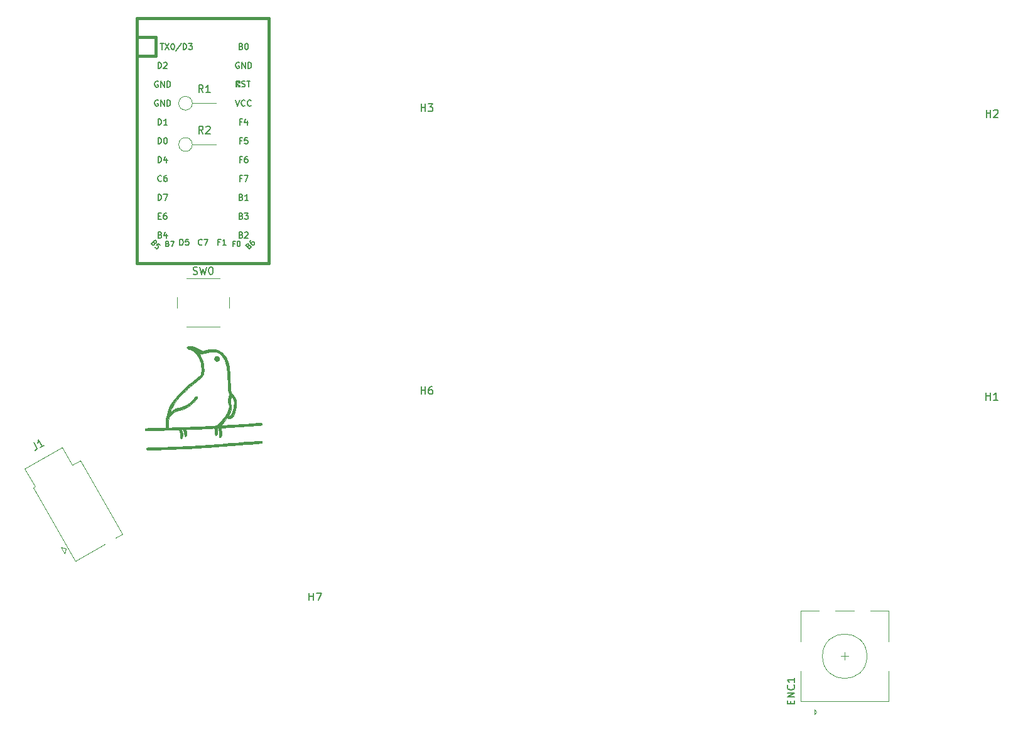
<source format=gbr>
%TF.GenerationSoftware,KiCad,Pcbnew,(5.1.9-0-10_14)*%
%TF.CreationDate,2021-04-19T01:18:51-05:00*%
%TF.ProjectId,wren-right,7772656e-2d72-4696-9768-742e6b696361,rev?*%
%TF.SameCoordinates,Original*%
%TF.FileFunction,Legend,Top*%
%TF.FilePolarity,Positive*%
%FSLAX46Y46*%
G04 Gerber Fmt 4.6, Leading zero omitted, Abs format (unit mm)*
G04 Created by KiCad (PCBNEW (5.1.9-0-10_14)) date 2021-04-19 01:18:51*
%MOMM*%
%LPD*%
G01*
G04 APERTURE LIST*
%ADD10C,0.010000*%
%ADD11C,0.120000*%
%ADD12C,0.381000*%
%ADD13C,0.150000*%
G04 APERTURE END LIST*
D10*
%TO.C,G\u002A\u002A\u002A*%
G36*
X107490953Y-99162347D02*
G01*
X107550123Y-99181749D01*
X107675656Y-99272822D01*
X107743009Y-99402498D01*
X107751136Y-99547163D01*
X107698994Y-99683208D01*
X107585537Y-99787022D01*
X107577095Y-99791536D01*
X107473402Y-99839649D01*
X107400181Y-99846916D01*
X107314393Y-99814487D01*
X107284084Y-99799374D01*
X107161045Y-99701094D01*
X107101182Y-99576654D01*
X107097109Y-99443206D01*
X107141437Y-99317900D01*
X107226779Y-99217888D01*
X107345747Y-99160320D01*
X107490953Y-99162347D01*
G37*
X107490953Y-99162347D02*
X107550123Y-99181749D01*
X107675656Y-99272822D01*
X107743009Y-99402498D01*
X107751136Y-99547163D01*
X107698994Y-99683208D01*
X107585537Y-99787022D01*
X107577095Y-99791536D01*
X107473402Y-99839649D01*
X107400181Y-99846916D01*
X107314393Y-99814487D01*
X107284084Y-99799374D01*
X107161045Y-99701094D01*
X107101182Y-99576654D01*
X107097109Y-99443206D01*
X107141437Y-99317900D01*
X107226779Y-99217888D01*
X107345747Y-99160320D01*
X107490953Y-99162347D01*
G36*
X103851561Y-97827606D02*
G01*
X103908424Y-97830175D01*
X104050105Y-97838166D01*
X104164564Y-97850675D01*
X104269532Y-97873624D01*
X104382736Y-97912939D01*
X104521906Y-97974542D01*
X104704772Y-98064357D01*
X104889425Y-98157951D01*
X105498518Y-98467946D01*
X105995379Y-98354646D01*
X106435097Y-98272023D01*
X106820533Y-98240887D01*
X107166371Y-98263616D01*
X107487297Y-98342586D01*
X107797996Y-98480176D01*
X108113154Y-98678762D01*
X108146567Y-98702859D01*
X108365544Y-98908457D01*
X108567558Y-99190895D01*
X108748931Y-99543394D01*
X108905980Y-99959175D01*
X108994283Y-100264049D01*
X109054630Y-100553211D01*
X109107260Y-100922770D01*
X109151802Y-101368779D01*
X109187884Y-101887286D01*
X109215136Y-102474344D01*
X109222364Y-102690183D01*
X109233005Y-103029306D01*
X109242628Y-103295400D01*
X109252447Y-103500077D01*
X109263679Y-103654945D01*
X109277538Y-103771614D01*
X109295240Y-103861694D01*
X109318000Y-103936794D01*
X109347032Y-104008525D01*
X109364381Y-104046974D01*
X109452676Y-104206656D01*
X109572465Y-104382726D01*
X109674902Y-104510212D01*
X109839160Y-104711557D01*
X109949127Y-104894970D01*
X110014254Y-105086692D01*
X110043995Y-105312965D01*
X110048559Y-105547583D01*
X110026895Y-105921817D01*
X109972561Y-106292976D01*
X109890281Y-106641612D01*
X109784777Y-106948281D01*
X109660771Y-107193535D01*
X109641761Y-107222513D01*
X109506254Y-107388875D01*
X109362503Y-107485445D01*
X109184788Y-107525273D01*
X109041581Y-107527020D01*
X108774563Y-107516791D01*
X108474035Y-107893144D01*
X108339040Y-108057430D01*
X108208816Y-108207614D01*
X108100341Y-108324549D01*
X108042630Y-108379624D01*
X107911753Y-108489750D01*
X108116085Y-108489677D01*
X108221659Y-108486720D01*
X108402456Y-108478285D01*
X108649250Y-108464958D01*
X108952814Y-108447325D01*
X109303924Y-108425970D01*
X109693352Y-108401480D01*
X110111872Y-108374440D01*
X110550258Y-108345435D01*
X110999284Y-108315050D01*
X111449725Y-108283872D01*
X111892353Y-108252486D01*
X112164237Y-108232782D01*
X112478974Y-108210704D01*
X112767812Y-108192239D01*
X113019520Y-108177963D01*
X113222868Y-108168450D01*
X113366624Y-108164276D01*
X113439558Y-108166017D01*
X113444821Y-108167186D01*
X113490831Y-108223162D01*
X113505005Y-108315476D01*
X113484893Y-108401068D01*
X113459697Y-108428857D01*
X113406107Y-108439156D01*
X113275764Y-108454055D01*
X113076422Y-108472971D01*
X112815836Y-108495321D01*
X112501760Y-108520522D01*
X112141949Y-108547991D01*
X111744158Y-108577145D01*
X111316140Y-108607401D01*
X110865650Y-108638176D01*
X110400443Y-108668887D01*
X109928274Y-108698952D01*
X109590416Y-108719745D01*
X109276222Y-108739088D01*
X108974352Y-108758227D01*
X108699974Y-108776157D01*
X108468254Y-108791875D01*
X108294361Y-108804376D01*
X108210216Y-108811108D01*
X107930683Y-108835760D01*
X107992530Y-109012005D01*
X108026252Y-109163754D01*
X108045928Y-109366183D01*
X108050841Y-109586363D01*
X108040274Y-109791365D01*
X108013513Y-109948257D01*
X108012934Y-109950250D01*
X107969810Y-110042443D01*
X107895619Y-110075167D01*
X107851704Y-110077250D01*
X107727750Y-110077250D01*
X107727534Y-109611583D01*
X107716879Y-109314224D01*
X107685985Y-109084944D01*
X107636003Y-108927768D01*
X107568085Y-108846717D01*
X107506298Y-108838256D01*
X107450552Y-108879488D01*
X107446482Y-108915597D01*
X107456208Y-108984909D01*
X107468416Y-109113671D01*
X107480793Y-109276805D01*
X107483337Y-109315250D01*
X107491906Y-109491040D01*
X107487786Y-109606095D01*
X107467534Y-109683838D01*
X107427708Y-109747694D01*
X107418007Y-109759750D01*
X107347037Y-109829306D01*
X107287239Y-109835180D01*
X107254152Y-109818673D01*
X107213754Y-109778520D01*
X107188959Y-109706148D01*
X107175646Y-109582770D01*
X107170552Y-109437673D01*
X107161294Y-109260236D01*
X107143211Y-109101007D01*
X107119988Y-108991190D01*
X107116793Y-108982195D01*
X107069898Y-108860807D01*
X106679157Y-108888006D01*
X106566701Y-108894763D01*
X106386353Y-108904301D01*
X106150094Y-108916082D01*
X105869901Y-108929569D01*
X105557755Y-108944223D01*
X105225635Y-108959505D01*
X104885521Y-108974879D01*
X104549392Y-108989806D01*
X104229226Y-109003747D01*
X103937005Y-109016165D01*
X103684706Y-109026522D01*
X103484310Y-109034280D01*
X103347796Y-109038901D01*
X103295493Y-109039983D01*
X103252091Y-109047471D01*
X103247067Y-109084461D01*
X103279152Y-109173007D01*
X103286773Y-109191350D01*
X103324233Y-109329777D01*
X103340660Y-109496856D01*
X103337238Y-109667594D01*
X103315153Y-109817002D01*
X103275590Y-109920087D01*
X103251000Y-109945614D01*
X103157621Y-109976941D01*
X103091138Y-109934280D01*
X103049862Y-109815046D01*
X103032101Y-109616651D01*
X103031934Y-109610285D01*
X103008481Y-109361164D01*
X102953431Y-109180327D01*
X102868746Y-109072024D01*
X102769133Y-109040083D01*
X102692946Y-109050895D01*
X102683814Y-109093501D01*
X102691505Y-109114166D01*
X102771940Y-109358287D01*
X102814395Y-109611580D01*
X102818061Y-109851761D01*
X102782130Y-110056547D01*
X102729925Y-110171659D01*
X102666625Y-110249583D01*
X102606485Y-110259523D01*
X102542927Y-110226937D01*
X102511375Y-110184873D01*
X102491672Y-110097466D01*
X102481730Y-109950472D01*
X102479427Y-109793668D01*
X102471186Y-109546858D01*
X102446342Y-109365675D01*
X102405380Y-109238502D01*
X102332344Y-109077089D01*
X100923713Y-109111502D01*
X100534502Y-109120304D01*
X100126460Y-109128274D01*
X99719378Y-109135113D01*
X99333047Y-109140522D01*
X98987258Y-109144203D01*
X98701801Y-109145855D01*
X98647250Y-109145916D01*
X97779416Y-109145916D01*
X97765998Y-109029259D01*
X97774659Y-108931618D01*
X97809484Y-108890765D01*
X97864426Y-108884488D01*
X97993406Y-108876961D01*
X98185812Y-108868583D01*
X98431030Y-108859752D01*
X98718448Y-108850864D01*
X99037455Y-108842319D01*
X99214663Y-108838089D01*
X100562937Y-108807250D01*
X100555326Y-108332775D01*
X100557552Y-108286861D01*
X100863889Y-108286861D01*
X100873494Y-108506633D01*
X100900775Y-108798684D01*
X101816595Y-108770671D01*
X102124657Y-108760910D01*
X102492164Y-108748719D01*
X102893959Y-108734967D01*
X103304886Y-108720521D01*
X103699787Y-108706250D01*
X103917750Y-108698163D01*
X104306202Y-108682990D01*
X104739572Y-108665067D01*
X105188995Y-108645653D01*
X105625612Y-108626006D01*
X106020559Y-108607387D01*
X106189491Y-108599051D01*
X106521555Y-108582077D01*
X106780476Y-108567601D01*
X106977681Y-108554122D01*
X107124602Y-108540139D01*
X107232664Y-108524153D01*
X107313299Y-108504661D01*
X107377934Y-108480164D01*
X107437999Y-108449161D01*
X107469516Y-108430969D01*
X107697666Y-108266504D01*
X107942436Y-108034933D01*
X108192554Y-107749087D01*
X108436749Y-107421800D01*
X108574264Y-107206998D01*
X108976583Y-107206998D01*
X109013760Y-107215426D01*
X109105697Y-107213640D01*
X109131127Y-107211722D01*
X109282773Y-107167413D01*
X109363814Y-107092750D01*
X109457807Y-106924434D01*
X109543629Y-106695132D01*
X109618089Y-106424125D01*
X109677997Y-106130693D01*
X109720163Y-105834118D01*
X109741397Y-105553679D01*
X109738507Y-105308658D01*
X109708305Y-105118334D01*
X109696447Y-105082435D01*
X109649949Y-104992844D01*
X109575968Y-104881172D01*
X109491728Y-104769912D01*
X109414454Y-104681555D01*
X109361370Y-104638593D01*
X109355644Y-104637416D01*
X109335463Y-104675974D01*
X109309645Y-104777903D01*
X109283241Y-104922585D01*
X109279098Y-104949683D01*
X109256423Y-105141275D01*
X109256496Y-105288675D01*
X109280512Y-105429567D01*
X109296220Y-105489433D01*
X109357430Y-105741458D01*
X109384491Y-105958328D01*
X109374812Y-106162462D01*
X109325804Y-106376278D01*
X109234879Y-106622197D01*
X109140937Y-106834026D01*
X109069124Y-106990995D01*
X109013226Y-107116614D01*
X108981183Y-107192868D01*
X108976583Y-107206998D01*
X108574264Y-107206998D01*
X108654078Y-107082327D01*
X108831522Y-106766028D01*
X108956980Y-106499592D01*
X109033776Y-106268779D01*
X109065239Y-106059353D01*
X109054693Y-105857073D01*
X109005466Y-105647703D01*
X108996101Y-105618313D01*
X108946337Y-105350129D01*
X108952488Y-105027225D01*
X109014214Y-104658150D01*
X109038402Y-104559235D01*
X109072737Y-104415932D01*
X109084565Y-104310595D01*
X109072425Y-104207916D01*
X109034858Y-104072588D01*
X109015772Y-104012045D01*
X108988166Y-103917060D01*
X108965895Y-103816647D01*
X108947972Y-103699089D01*
X108933407Y-103552668D01*
X108921211Y-103365667D01*
X108910395Y-103126367D01*
X108899970Y-102823053D01*
X108891683Y-102541916D01*
X108874135Y-102035549D01*
X108851399Y-101601147D01*
X108822047Y-101226089D01*
X108784646Y-100897758D01*
X108737769Y-100603533D01*
X108679984Y-100330796D01*
X108612077Y-100074556D01*
X108468050Y-99667197D01*
X108290374Y-99331950D01*
X108072854Y-99060835D01*
X107809298Y-98845872D01*
X107547122Y-98702552D01*
X107307839Y-98611404D01*
X107068627Y-98560054D01*
X106811620Y-98548006D01*
X106518953Y-98574766D01*
X106172759Y-98639838D01*
X106076750Y-98661800D01*
X105848507Y-98713660D01*
X105627973Y-98760556D01*
X105439542Y-98797498D01*
X105307609Y-98819497D01*
X105302529Y-98820167D01*
X105180818Y-98840541D01*
X105104898Y-98862320D01*
X105091105Y-98875171D01*
X105115997Y-98923803D01*
X105168235Y-99024124D01*
X105225842Y-99134083D01*
X105383301Y-99485501D01*
X105510071Y-99872794D01*
X105602999Y-100276658D01*
X105658929Y-100677790D01*
X105674707Y-101056888D01*
X105647178Y-101394648D01*
X105618142Y-101534549D01*
X105559442Y-101693778D01*
X105476528Y-101843981D01*
X105438226Y-101894841D01*
X105392399Y-101946449D01*
X105343401Y-101997221D01*
X105282611Y-102054443D01*
X105201403Y-102125404D01*
X105091155Y-102217389D01*
X104943243Y-102337687D01*
X104749044Y-102493585D01*
X104499934Y-102692370D01*
X104404583Y-102768324D01*
X104147437Y-102980274D01*
X103855310Y-103233020D01*
X103544128Y-103511792D01*
X103229818Y-103801820D01*
X102928310Y-104088333D01*
X102655529Y-104356562D01*
X102427404Y-104591735D01*
X102361875Y-104662605D01*
X101970359Y-105130595D01*
X101647496Y-105602708D01*
X101379163Y-106100870D01*
X101254590Y-106382081D01*
X101188576Y-106543737D01*
X101137036Y-106674103D01*
X101107168Y-106754758D01*
X101102583Y-106771156D01*
X101133468Y-106757747D01*
X101215779Y-106703033D01*
X101333996Y-106617545D01*
X101381682Y-106581773D01*
X101662200Y-106385812D01*
X101918558Y-106245579D01*
X102176672Y-106148535D01*
X102382724Y-106097424D01*
X102836710Y-105966443D01*
X103278461Y-105766932D01*
X103692259Y-105509275D01*
X104062383Y-105203856D01*
X104373116Y-104861062D01*
X104479714Y-104712100D01*
X104583885Y-104592730D01*
X104682536Y-104556343D01*
X104773883Y-104603477D01*
X104788278Y-104619496D01*
X104812689Y-104693679D01*
X104783026Y-104798175D01*
X104696068Y-104938005D01*
X104548598Y-105118190D01*
X104337395Y-105343751D01*
X104298750Y-105383094D01*
X103943894Y-105706096D01*
X103573425Y-105966702D01*
X103169977Y-106174289D01*
X102716187Y-106338235D01*
X102353862Y-106433297D01*
X102109881Y-106516582D01*
X101846915Y-106652081D01*
X101584759Y-106825161D01*
X101343205Y-107021188D01*
X101142048Y-107225527D01*
X101001082Y-107423543D01*
X100992358Y-107439908D01*
X100940046Y-107588366D01*
X100899324Y-107795820D01*
X100873002Y-108037057D01*
X100863889Y-108286861D01*
X100557552Y-108286861D01*
X100586843Y-107682752D01*
X100701541Y-107042308D01*
X100898177Y-106414601D01*
X101175509Y-105802789D01*
X101532294Y-105210031D01*
X101967290Y-104639486D01*
X102042068Y-104552750D01*
X102284664Y-104289082D01*
X102580261Y-103989149D01*
X102913670Y-103666875D01*
X103269704Y-103336184D01*
X103633175Y-103010999D01*
X103988896Y-102705244D01*
X104321680Y-102432843D01*
X104531583Y-102270413D01*
X104804317Y-102059170D01*
X105011343Y-101883524D01*
X105160132Y-101736496D01*
X105258158Y-101611105D01*
X105283349Y-101568250D01*
X105322973Y-101439662D01*
X105346072Y-101247694D01*
X105352984Y-101011940D01*
X105344045Y-100751990D01*
X105319592Y-100487436D01*
X105279960Y-100237870D01*
X105258856Y-100142177D01*
X105115819Y-99659541D01*
X104937661Y-99251010D01*
X104720626Y-98912047D01*
X104460960Y-98638114D01*
X104154911Y-98424676D01*
X103798723Y-98267194D01*
X103675347Y-98228396D01*
X103492490Y-98159055D01*
X103387904Y-98080303D01*
X103363630Y-97994988D01*
X103421709Y-97905959D01*
X103435747Y-97893992D01*
X103496849Y-97854174D01*
X103572221Y-97831768D01*
X103683309Y-97823877D01*
X103851561Y-97827606D01*
G37*
X103851561Y-97827606D02*
X103908424Y-97830175D01*
X104050105Y-97838166D01*
X104164564Y-97850675D01*
X104269532Y-97873624D01*
X104382736Y-97912939D01*
X104521906Y-97974542D01*
X104704772Y-98064357D01*
X104889425Y-98157951D01*
X105498518Y-98467946D01*
X105995379Y-98354646D01*
X106435097Y-98272023D01*
X106820533Y-98240887D01*
X107166371Y-98263616D01*
X107487297Y-98342586D01*
X107797996Y-98480176D01*
X108113154Y-98678762D01*
X108146567Y-98702859D01*
X108365544Y-98908457D01*
X108567558Y-99190895D01*
X108748931Y-99543394D01*
X108905980Y-99959175D01*
X108994283Y-100264049D01*
X109054630Y-100553211D01*
X109107260Y-100922770D01*
X109151802Y-101368779D01*
X109187884Y-101887286D01*
X109215136Y-102474344D01*
X109222364Y-102690183D01*
X109233005Y-103029306D01*
X109242628Y-103295400D01*
X109252447Y-103500077D01*
X109263679Y-103654945D01*
X109277538Y-103771614D01*
X109295240Y-103861694D01*
X109318000Y-103936794D01*
X109347032Y-104008525D01*
X109364381Y-104046974D01*
X109452676Y-104206656D01*
X109572465Y-104382726D01*
X109674902Y-104510212D01*
X109839160Y-104711557D01*
X109949127Y-104894970D01*
X110014254Y-105086692D01*
X110043995Y-105312965D01*
X110048559Y-105547583D01*
X110026895Y-105921817D01*
X109972561Y-106292976D01*
X109890281Y-106641612D01*
X109784777Y-106948281D01*
X109660771Y-107193535D01*
X109641761Y-107222513D01*
X109506254Y-107388875D01*
X109362503Y-107485445D01*
X109184788Y-107525273D01*
X109041581Y-107527020D01*
X108774563Y-107516791D01*
X108474035Y-107893144D01*
X108339040Y-108057430D01*
X108208816Y-108207614D01*
X108100341Y-108324549D01*
X108042630Y-108379624D01*
X107911753Y-108489750D01*
X108116085Y-108489677D01*
X108221659Y-108486720D01*
X108402456Y-108478285D01*
X108649250Y-108464958D01*
X108952814Y-108447325D01*
X109303924Y-108425970D01*
X109693352Y-108401480D01*
X110111872Y-108374440D01*
X110550258Y-108345435D01*
X110999284Y-108315050D01*
X111449725Y-108283872D01*
X111892353Y-108252486D01*
X112164237Y-108232782D01*
X112478974Y-108210704D01*
X112767812Y-108192239D01*
X113019520Y-108177963D01*
X113222868Y-108168450D01*
X113366624Y-108164276D01*
X113439558Y-108166017D01*
X113444821Y-108167186D01*
X113490831Y-108223162D01*
X113505005Y-108315476D01*
X113484893Y-108401068D01*
X113459697Y-108428857D01*
X113406107Y-108439156D01*
X113275764Y-108454055D01*
X113076422Y-108472971D01*
X112815836Y-108495321D01*
X112501760Y-108520522D01*
X112141949Y-108547991D01*
X111744158Y-108577145D01*
X111316140Y-108607401D01*
X110865650Y-108638176D01*
X110400443Y-108668887D01*
X109928274Y-108698952D01*
X109590416Y-108719745D01*
X109276222Y-108739088D01*
X108974352Y-108758227D01*
X108699974Y-108776157D01*
X108468254Y-108791875D01*
X108294361Y-108804376D01*
X108210216Y-108811108D01*
X107930683Y-108835760D01*
X107992530Y-109012005D01*
X108026252Y-109163754D01*
X108045928Y-109366183D01*
X108050841Y-109586363D01*
X108040274Y-109791365D01*
X108013513Y-109948257D01*
X108012934Y-109950250D01*
X107969810Y-110042443D01*
X107895619Y-110075167D01*
X107851704Y-110077250D01*
X107727750Y-110077250D01*
X107727534Y-109611583D01*
X107716879Y-109314224D01*
X107685985Y-109084944D01*
X107636003Y-108927768D01*
X107568085Y-108846717D01*
X107506298Y-108838256D01*
X107450552Y-108879488D01*
X107446482Y-108915597D01*
X107456208Y-108984909D01*
X107468416Y-109113671D01*
X107480793Y-109276805D01*
X107483337Y-109315250D01*
X107491906Y-109491040D01*
X107487786Y-109606095D01*
X107467534Y-109683838D01*
X107427708Y-109747694D01*
X107418007Y-109759750D01*
X107347037Y-109829306D01*
X107287239Y-109835180D01*
X107254152Y-109818673D01*
X107213754Y-109778520D01*
X107188959Y-109706148D01*
X107175646Y-109582770D01*
X107170552Y-109437673D01*
X107161294Y-109260236D01*
X107143211Y-109101007D01*
X107119988Y-108991190D01*
X107116793Y-108982195D01*
X107069898Y-108860807D01*
X106679157Y-108888006D01*
X106566701Y-108894763D01*
X106386353Y-108904301D01*
X106150094Y-108916082D01*
X105869901Y-108929569D01*
X105557755Y-108944223D01*
X105225635Y-108959505D01*
X104885521Y-108974879D01*
X104549392Y-108989806D01*
X104229226Y-109003747D01*
X103937005Y-109016165D01*
X103684706Y-109026522D01*
X103484310Y-109034280D01*
X103347796Y-109038901D01*
X103295493Y-109039983D01*
X103252091Y-109047471D01*
X103247067Y-109084461D01*
X103279152Y-109173007D01*
X103286773Y-109191350D01*
X103324233Y-109329777D01*
X103340660Y-109496856D01*
X103337238Y-109667594D01*
X103315153Y-109817002D01*
X103275590Y-109920087D01*
X103251000Y-109945614D01*
X103157621Y-109976941D01*
X103091138Y-109934280D01*
X103049862Y-109815046D01*
X103032101Y-109616651D01*
X103031934Y-109610285D01*
X103008481Y-109361164D01*
X102953431Y-109180327D01*
X102868746Y-109072024D01*
X102769133Y-109040083D01*
X102692946Y-109050895D01*
X102683814Y-109093501D01*
X102691505Y-109114166D01*
X102771940Y-109358287D01*
X102814395Y-109611580D01*
X102818061Y-109851761D01*
X102782130Y-110056547D01*
X102729925Y-110171659D01*
X102666625Y-110249583D01*
X102606485Y-110259523D01*
X102542927Y-110226937D01*
X102511375Y-110184873D01*
X102491672Y-110097466D01*
X102481730Y-109950472D01*
X102479427Y-109793668D01*
X102471186Y-109546858D01*
X102446342Y-109365675D01*
X102405380Y-109238502D01*
X102332344Y-109077089D01*
X100923713Y-109111502D01*
X100534502Y-109120304D01*
X100126460Y-109128274D01*
X99719378Y-109135113D01*
X99333047Y-109140522D01*
X98987258Y-109144203D01*
X98701801Y-109145855D01*
X98647250Y-109145916D01*
X97779416Y-109145916D01*
X97765998Y-109029259D01*
X97774659Y-108931618D01*
X97809484Y-108890765D01*
X97864426Y-108884488D01*
X97993406Y-108876961D01*
X98185812Y-108868583D01*
X98431030Y-108859752D01*
X98718448Y-108850864D01*
X99037455Y-108842319D01*
X99214663Y-108838089D01*
X100562937Y-108807250D01*
X100555326Y-108332775D01*
X100557552Y-108286861D01*
X100863889Y-108286861D01*
X100873494Y-108506633D01*
X100900775Y-108798684D01*
X101816595Y-108770671D01*
X102124657Y-108760910D01*
X102492164Y-108748719D01*
X102893959Y-108734967D01*
X103304886Y-108720521D01*
X103699787Y-108706250D01*
X103917750Y-108698163D01*
X104306202Y-108682990D01*
X104739572Y-108665067D01*
X105188995Y-108645653D01*
X105625612Y-108626006D01*
X106020559Y-108607387D01*
X106189491Y-108599051D01*
X106521555Y-108582077D01*
X106780476Y-108567601D01*
X106977681Y-108554122D01*
X107124602Y-108540139D01*
X107232664Y-108524153D01*
X107313299Y-108504661D01*
X107377934Y-108480164D01*
X107437999Y-108449161D01*
X107469516Y-108430969D01*
X107697666Y-108266504D01*
X107942436Y-108034933D01*
X108192554Y-107749087D01*
X108436749Y-107421800D01*
X108574264Y-107206998D01*
X108976583Y-107206998D01*
X109013760Y-107215426D01*
X109105697Y-107213640D01*
X109131127Y-107211722D01*
X109282773Y-107167413D01*
X109363814Y-107092750D01*
X109457807Y-106924434D01*
X109543629Y-106695132D01*
X109618089Y-106424125D01*
X109677997Y-106130693D01*
X109720163Y-105834118D01*
X109741397Y-105553679D01*
X109738507Y-105308658D01*
X109708305Y-105118334D01*
X109696447Y-105082435D01*
X109649949Y-104992844D01*
X109575968Y-104881172D01*
X109491728Y-104769912D01*
X109414454Y-104681555D01*
X109361370Y-104638593D01*
X109355644Y-104637416D01*
X109335463Y-104675974D01*
X109309645Y-104777903D01*
X109283241Y-104922585D01*
X109279098Y-104949683D01*
X109256423Y-105141275D01*
X109256496Y-105288675D01*
X109280512Y-105429567D01*
X109296220Y-105489433D01*
X109357430Y-105741458D01*
X109384491Y-105958328D01*
X109374812Y-106162462D01*
X109325804Y-106376278D01*
X109234879Y-106622197D01*
X109140937Y-106834026D01*
X109069124Y-106990995D01*
X109013226Y-107116614D01*
X108981183Y-107192868D01*
X108976583Y-107206998D01*
X108574264Y-107206998D01*
X108654078Y-107082327D01*
X108831522Y-106766028D01*
X108956980Y-106499592D01*
X109033776Y-106268779D01*
X109065239Y-106059353D01*
X109054693Y-105857073D01*
X109005466Y-105647703D01*
X108996101Y-105618313D01*
X108946337Y-105350129D01*
X108952488Y-105027225D01*
X109014214Y-104658150D01*
X109038402Y-104559235D01*
X109072737Y-104415932D01*
X109084565Y-104310595D01*
X109072425Y-104207916D01*
X109034858Y-104072588D01*
X109015772Y-104012045D01*
X108988166Y-103917060D01*
X108965895Y-103816647D01*
X108947972Y-103699089D01*
X108933407Y-103552668D01*
X108921211Y-103365667D01*
X108910395Y-103126367D01*
X108899970Y-102823053D01*
X108891683Y-102541916D01*
X108874135Y-102035549D01*
X108851399Y-101601147D01*
X108822047Y-101226089D01*
X108784646Y-100897758D01*
X108737769Y-100603533D01*
X108679984Y-100330796D01*
X108612077Y-100074556D01*
X108468050Y-99667197D01*
X108290374Y-99331950D01*
X108072854Y-99060835D01*
X107809298Y-98845872D01*
X107547122Y-98702552D01*
X107307839Y-98611404D01*
X107068627Y-98560054D01*
X106811620Y-98548006D01*
X106518953Y-98574766D01*
X106172759Y-98639838D01*
X106076750Y-98661800D01*
X105848507Y-98713660D01*
X105627973Y-98760556D01*
X105439542Y-98797498D01*
X105307609Y-98819497D01*
X105302529Y-98820167D01*
X105180818Y-98840541D01*
X105104898Y-98862320D01*
X105091105Y-98875171D01*
X105115997Y-98923803D01*
X105168235Y-99024124D01*
X105225842Y-99134083D01*
X105383301Y-99485501D01*
X105510071Y-99872794D01*
X105602999Y-100276658D01*
X105658929Y-100677790D01*
X105674707Y-101056888D01*
X105647178Y-101394648D01*
X105618142Y-101534549D01*
X105559442Y-101693778D01*
X105476528Y-101843981D01*
X105438226Y-101894841D01*
X105392399Y-101946449D01*
X105343401Y-101997221D01*
X105282611Y-102054443D01*
X105201403Y-102125404D01*
X105091155Y-102217389D01*
X104943243Y-102337687D01*
X104749044Y-102493585D01*
X104499934Y-102692370D01*
X104404583Y-102768324D01*
X104147437Y-102980274D01*
X103855310Y-103233020D01*
X103544128Y-103511792D01*
X103229818Y-103801820D01*
X102928310Y-104088333D01*
X102655529Y-104356562D01*
X102427404Y-104591735D01*
X102361875Y-104662605D01*
X101970359Y-105130595D01*
X101647496Y-105602708D01*
X101379163Y-106100870D01*
X101254590Y-106382081D01*
X101188576Y-106543737D01*
X101137036Y-106674103D01*
X101107168Y-106754758D01*
X101102583Y-106771156D01*
X101133468Y-106757747D01*
X101215779Y-106703033D01*
X101333996Y-106617545D01*
X101381682Y-106581773D01*
X101662200Y-106385812D01*
X101918558Y-106245579D01*
X102176672Y-106148535D01*
X102382724Y-106097424D01*
X102836710Y-105966443D01*
X103278461Y-105766932D01*
X103692259Y-105509275D01*
X104062383Y-105203856D01*
X104373116Y-104861062D01*
X104479714Y-104712100D01*
X104583885Y-104592730D01*
X104682536Y-104556343D01*
X104773883Y-104603477D01*
X104788278Y-104619496D01*
X104812689Y-104693679D01*
X104783026Y-104798175D01*
X104696068Y-104938005D01*
X104548598Y-105118190D01*
X104337395Y-105343751D01*
X104298750Y-105383094D01*
X103943894Y-105706096D01*
X103573425Y-105966702D01*
X103169977Y-106174289D01*
X102716187Y-106338235D01*
X102353862Y-106433297D01*
X102109881Y-106516582D01*
X101846915Y-106652081D01*
X101584759Y-106825161D01*
X101343205Y-107021188D01*
X101142048Y-107225527D01*
X101001082Y-107423543D01*
X100992358Y-107439908D01*
X100940046Y-107588366D01*
X100899324Y-107795820D01*
X100873002Y-108037057D01*
X100863889Y-108286861D01*
X100557552Y-108286861D01*
X100586843Y-107682752D01*
X100701541Y-107042308D01*
X100898177Y-106414601D01*
X101175509Y-105802789D01*
X101532294Y-105210031D01*
X101967290Y-104639486D01*
X102042068Y-104552750D01*
X102284664Y-104289082D01*
X102580261Y-103989149D01*
X102913670Y-103666875D01*
X103269704Y-103336184D01*
X103633175Y-103010999D01*
X103988896Y-102705244D01*
X104321680Y-102432843D01*
X104531583Y-102270413D01*
X104804317Y-102059170D01*
X105011343Y-101883524D01*
X105160132Y-101736496D01*
X105258158Y-101611105D01*
X105283349Y-101568250D01*
X105322973Y-101439662D01*
X105346072Y-101247694D01*
X105352984Y-101011940D01*
X105344045Y-100751990D01*
X105319592Y-100487436D01*
X105279960Y-100237870D01*
X105258856Y-100142177D01*
X105115819Y-99659541D01*
X104937661Y-99251010D01*
X104720626Y-98912047D01*
X104460960Y-98638114D01*
X104154911Y-98424676D01*
X103798723Y-98267194D01*
X103675347Y-98228396D01*
X103492490Y-98159055D01*
X103387904Y-98080303D01*
X103363630Y-97994988D01*
X103421709Y-97905959D01*
X103435747Y-97893992D01*
X103496849Y-97854174D01*
X103572221Y-97831768D01*
X103683309Y-97823877D01*
X103851561Y-97827606D01*
G36*
X113444195Y-110591662D02*
G01*
X113498687Y-110649470D01*
X113503277Y-110737813D01*
X113462243Y-110822168D01*
X113411000Y-110859413D01*
X113351863Y-110869827D01*
X113214937Y-110885766D01*
X113006879Y-110906704D01*
X112734350Y-110932117D01*
X112404009Y-110961479D01*
X112022517Y-110994266D01*
X111596531Y-111029951D01*
X111132713Y-111068009D01*
X110637722Y-111107916D01*
X110118217Y-111149145D01*
X109580858Y-111191172D01*
X109032305Y-111233472D01*
X108479217Y-111275519D01*
X107928254Y-111316787D01*
X107386076Y-111356752D01*
X106859341Y-111394889D01*
X106354711Y-111430671D01*
X105878844Y-111463575D01*
X105438400Y-111493073D01*
X105103083Y-111514685D01*
X104714400Y-111538053D01*
X104274415Y-111562504D01*
X103793046Y-111587627D01*
X103280210Y-111613009D01*
X102745824Y-111638238D01*
X102199804Y-111662899D01*
X101652068Y-111686582D01*
X101112532Y-111708874D01*
X100591113Y-111729361D01*
X100097729Y-111747631D01*
X99642297Y-111763271D01*
X99234732Y-111775870D01*
X98884953Y-111785013D01*
X98602876Y-111790289D01*
X98451350Y-111791460D01*
X98227299Y-111788697D01*
X98074712Y-111779074D01*
X97980552Y-111761079D01*
X97931784Y-111733201D01*
X97929829Y-111730956D01*
X97899705Y-111643699D01*
X97937619Y-111562400D01*
X98028161Y-111507333D01*
X98108989Y-111495208D01*
X98274382Y-111493037D01*
X98515140Y-111487156D01*
X98822062Y-111477945D01*
X99185945Y-111465785D01*
X99597586Y-111451055D01*
X100047784Y-111434135D01*
X100527336Y-111415406D01*
X101027040Y-111395246D01*
X101537694Y-111374036D01*
X102050095Y-111352156D01*
X102555040Y-111329986D01*
X103043329Y-111307906D01*
X103505758Y-111286294D01*
X103933125Y-111265533D01*
X104316228Y-111246001D01*
X104645864Y-111228078D01*
X104806750Y-111218700D01*
X105173722Y-111195634D01*
X105615418Y-111166184D01*
X106122194Y-111131071D01*
X106684405Y-111091011D01*
X107292407Y-111046722D01*
X107936556Y-110998923D01*
X108607207Y-110948331D01*
X109294716Y-110895665D01*
X109989438Y-110841642D01*
X110681730Y-110786980D01*
X111361946Y-110732398D01*
X111613278Y-110711988D01*
X111993222Y-110681698D01*
X112348122Y-110654692D01*
X112668844Y-110631570D01*
X112946255Y-110612934D01*
X113171223Y-110599382D01*
X113334614Y-110591516D01*
X113427295Y-110589935D01*
X113444195Y-110591662D01*
G37*
X113444195Y-110591662D02*
X113498687Y-110649470D01*
X113503277Y-110737813D01*
X113462243Y-110822168D01*
X113411000Y-110859413D01*
X113351863Y-110869827D01*
X113214937Y-110885766D01*
X113006879Y-110906704D01*
X112734350Y-110932117D01*
X112404009Y-110961479D01*
X112022517Y-110994266D01*
X111596531Y-111029951D01*
X111132713Y-111068009D01*
X110637722Y-111107916D01*
X110118217Y-111149145D01*
X109580858Y-111191172D01*
X109032305Y-111233472D01*
X108479217Y-111275519D01*
X107928254Y-111316787D01*
X107386076Y-111356752D01*
X106859341Y-111394889D01*
X106354711Y-111430671D01*
X105878844Y-111463575D01*
X105438400Y-111493073D01*
X105103083Y-111514685D01*
X104714400Y-111538053D01*
X104274415Y-111562504D01*
X103793046Y-111587627D01*
X103280210Y-111613009D01*
X102745824Y-111638238D01*
X102199804Y-111662899D01*
X101652068Y-111686582D01*
X101112532Y-111708874D01*
X100591113Y-111729361D01*
X100097729Y-111747631D01*
X99642297Y-111763271D01*
X99234732Y-111775870D01*
X98884953Y-111785013D01*
X98602876Y-111790289D01*
X98451350Y-111791460D01*
X98227299Y-111788697D01*
X98074712Y-111779074D01*
X97980552Y-111761079D01*
X97931784Y-111733201D01*
X97929829Y-111730956D01*
X97899705Y-111643699D01*
X97937619Y-111562400D01*
X98028161Y-111507333D01*
X98108989Y-111495208D01*
X98274382Y-111493037D01*
X98515140Y-111487156D01*
X98822062Y-111477945D01*
X99185945Y-111465785D01*
X99597586Y-111451055D01*
X100047784Y-111434135D01*
X100527336Y-111415406D01*
X101027040Y-111395246D01*
X101537694Y-111374036D01*
X102050095Y-111352156D01*
X102555040Y-111329986D01*
X103043329Y-111307906D01*
X103505758Y-111286294D01*
X103933125Y-111265533D01*
X104316228Y-111246001D01*
X104645864Y-111228078D01*
X104806750Y-111218700D01*
X105173722Y-111195634D01*
X105615418Y-111166184D01*
X106122194Y-111131071D01*
X106684405Y-111091011D01*
X107292407Y-111046722D01*
X107936556Y-110998923D01*
X108607207Y-110948331D01*
X109294716Y-110895665D01*
X109989438Y-110841642D01*
X110681730Y-110786980D01*
X111361946Y-110732398D01*
X111613278Y-110711988D01*
X111993222Y-110681698D01*
X112348122Y-110654692D01*
X112668844Y-110631570D01*
X112946255Y-110612934D01*
X113171223Y-110599382D01*
X113334614Y-110591516D01*
X113427295Y-110589935D01*
X113444195Y-110591662D01*
D11*
%TO.C,R2*%
X104123750Y-70643750D02*
X107283750Y-70643750D01*
X104123750Y-70643750D02*
G75*
G03*
X104123750Y-70643750I-920000J0D01*
G01*
%TO.C,R1*%
X104123750Y-65087500D02*
X107283750Y-65087500D01*
X104123750Y-65087500D02*
G75*
G03*
X104123750Y-65087500I-920000J0D01*
G01*
%TO.C,ENC1*%
X192079250Y-140097750D02*
X192079250Y-139097750D01*
X191579250Y-139597750D02*
X192579250Y-139597750D01*
X195579250Y-133497750D02*
X197979250Y-133497750D01*
X190779250Y-133497750D02*
X193379250Y-133497750D01*
X186179250Y-133497750D02*
X188579250Y-133497750D01*
X187979250Y-146797750D02*
X188279250Y-147097750D01*
X187979250Y-147397750D02*
X187979250Y-146797750D01*
X188279250Y-147097750D02*
X187979250Y-147397750D01*
X186179250Y-145697750D02*
X197979250Y-145697750D01*
X186179250Y-141597750D02*
X186179250Y-145697750D01*
X197979250Y-141597750D02*
X197979250Y-145697750D01*
X197979250Y-133497750D02*
X197979250Y-137597750D01*
X186179250Y-137597750D02*
X186179250Y-133497750D01*
X195079250Y-139597750D02*
G75*
G03*
X195079250Y-139597750I-3000000J0D01*
G01*
D12*
%TO.C,U1*%
X96678750Y-56197500D02*
X96678750Y-86677500D01*
X96678750Y-86677500D02*
X114458750Y-86677500D01*
X114458750Y-86677500D02*
X114458750Y-56197500D01*
X99218750Y-56197500D02*
X99218750Y-58737500D01*
X99218750Y-58737500D02*
X96678750Y-58737500D01*
D13*
G36*
X110500318Y-62076860D02*
G01*
X110500318Y-62376860D01*
X110400318Y-62376860D01*
X110400318Y-62076860D01*
X110500318Y-62076860D01*
G37*
X110500318Y-62076860D02*
X110500318Y-62376860D01*
X110400318Y-62376860D01*
X110400318Y-62076860D01*
X110500318Y-62076860D01*
G36*
X110300318Y-62476860D02*
G01*
X110300318Y-62576860D01*
X110200318Y-62576860D01*
X110200318Y-62476860D01*
X110300318Y-62476860D01*
G37*
X110300318Y-62476860D02*
X110300318Y-62576860D01*
X110200318Y-62576860D01*
X110200318Y-62476860D01*
X110300318Y-62476860D01*
G36*
X110500318Y-62076860D02*
G01*
X110500318Y-62176860D01*
X110000318Y-62176860D01*
X110000318Y-62076860D01*
X110500318Y-62076860D01*
G37*
X110500318Y-62076860D02*
X110500318Y-62176860D01*
X110000318Y-62176860D01*
X110000318Y-62076860D01*
X110500318Y-62076860D01*
G36*
X110100318Y-62076860D02*
G01*
X110100318Y-62876860D01*
X110000318Y-62876860D01*
X110000318Y-62076860D01*
X110100318Y-62076860D01*
G37*
X110100318Y-62076860D02*
X110100318Y-62876860D01*
X110000318Y-62876860D01*
X110000318Y-62076860D01*
X110100318Y-62076860D01*
G36*
X110500318Y-62676860D02*
G01*
X110500318Y-62876860D01*
X110400318Y-62876860D01*
X110400318Y-62676860D01*
X110500318Y-62676860D01*
G37*
X110500318Y-62676860D02*
X110500318Y-62876860D01*
X110400318Y-62876860D01*
X110400318Y-62676860D01*
X110500318Y-62676860D01*
D12*
X114458750Y-56197500D02*
X114458750Y-53657500D01*
X114458750Y-53657500D02*
X96678750Y-53657500D01*
X96678750Y-53657500D02*
X96678750Y-56197500D01*
X99218750Y-56197500D02*
X96678750Y-56197500D01*
D11*
%TO.C,SW0*%
X103330250Y-95193750D02*
X107830250Y-95193750D01*
X102080250Y-91193750D02*
X102080250Y-92693750D01*
X107830250Y-88693750D02*
X103330250Y-88693750D01*
X109080250Y-92693750D02*
X109080250Y-91193750D01*
%TO.C,J1*%
X86884007Y-125774763D02*
X87067020Y-125091750D01*
X86384007Y-124908737D02*
X86884007Y-125774763D01*
X87067020Y-125091750D02*
X86384007Y-124908737D01*
X82676827Y-116887714D02*
X88376827Y-126760403D01*
X88376827Y-126760403D02*
X92360544Y-124460403D01*
X94698813Y-123110403D02*
X93746185Y-123660403D01*
X87959582Y-113837714D02*
X88998813Y-113237714D01*
X82676827Y-116887714D02*
X82936635Y-116737714D01*
X86559582Y-111412843D02*
X81536635Y-114312843D01*
X88998813Y-113237714D02*
X94698813Y-123110403D01*
X87959582Y-113837714D02*
X86559582Y-111412843D01*
X82936635Y-116737714D02*
X81536635Y-114312843D01*
%TO.C,H7*%
D13*
X119888095Y-132064880D02*
X119888095Y-131064880D01*
X119888095Y-131541071D02*
X120459523Y-131541071D01*
X120459523Y-132064880D02*
X120459523Y-131064880D01*
X120840476Y-131064880D02*
X121507142Y-131064880D01*
X121078571Y-132064880D01*
%TO.C,H6*%
X134969345Y-104283630D02*
X134969345Y-103283630D01*
X134969345Y-103759821D02*
X135540773Y-103759821D01*
X135540773Y-104283630D02*
X135540773Y-103283630D01*
X136445535Y-103283630D02*
X136255059Y-103283630D01*
X136159821Y-103331250D01*
X136112202Y-103378869D01*
X136016964Y-103521726D01*
X135969345Y-103712202D01*
X135969345Y-104093154D01*
X136016964Y-104188392D01*
X136064583Y-104236011D01*
X136159821Y-104283630D01*
X136350297Y-104283630D01*
X136445535Y-104236011D01*
X136493154Y-104188392D01*
X136540773Y-104093154D01*
X136540773Y-103855059D01*
X136493154Y-103759821D01*
X136445535Y-103712202D01*
X136350297Y-103664583D01*
X136159821Y-103664583D01*
X136064583Y-103712202D01*
X136016964Y-103759821D01*
X135969345Y-103855059D01*
%TO.C,H3*%
X134969345Y-66183630D02*
X134969345Y-65183630D01*
X134969345Y-65659821D02*
X135540773Y-65659821D01*
X135540773Y-66183630D02*
X135540773Y-65183630D01*
X135921726Y-65183630D02*
X136540773Y-65183630D01*
X136207440Y-65564583D01*
X136350297Y-65564583D01*
X136445535Y-65612202D01*
X136493154Y-65659821D01*
X136540773Y-65755059D01*
X136540773Y-65993154D01*
X136493154Y-66088392D01*
X136445535Y-66136011D01*
X136350297Y-66183630D01*
X136064583Y-66183630D01*
X135969345Y-66136011D01*
X135921726Y-66088392D01*
%TO.C,H2*%
X211169345Y-66977380D02*
X211169345Y-65977380D01*
X211169345Y-66453571D02*
X211740773Y-66453571D01*
X211740773Y-66977380D02*
X211740773Y-65977380D01*
X212169345Y-66072619D02*
X212216964Y-66025000D01*
X212312202Y-65977380D01*
X212550297Y-65977380D01*
X212645535Y-66025000D01*
X212693154Y-66072619D01*
X212740773Y-66167857D01*
X212740773Y-66263095D01*
X212693154Y-66405952D01*
X212121726Y-66977380D01*
X212740773Y-66977380D01*
%TO.C,H1*%
X211151345Y-105077380D02*
X211151345Y-104077380D01*
X211151345Y-104553571D02*
X211722773Y-104553571D01*
X211722773Y-105077380D02*
X211722773Y-104077380D01*
X212722773Y-105077380D02*
X212151345Y-105077380D01*
X212437059Y-105077380D02*
X212437059Y-104077380D01*
X212341821Y-104220238D01*
X212246583Y-104315476D01*
X212151345Y-104363095D01*
%TO.C,R2*%
X105577083Y-69176130D02*
X105243750Y-68699940D01*
X105005654Y-69176130D02*
X105005654Y-68176130D01*
X105386607Y-68176130D01*
X105481845Y-68223750D01*
X105529464Y-68271369D01*
X105577083Y-68366607D01*
X105577083Y-68509464D01*
X105529464Y-68604702D01*
X105481845Y-68652321D01*
X105386607Y-68699940D01*
X105005654Y-68699940D01*
X105958035Y-68271369D02*
X106005654Y-68223750D01*
X106100892Y-68176130D01*
X106338988Y-68176130D01*
X106434226Y-68223750D01*
X106481845Y-68271369D01*
X106529464Y-68366607D01*
X106529464Y-68461845D01*
X106481845Y-68604702D01*
X105910416Y-69176130D01*
X106529464Y-69176130D01*
%TO.C,R1*%
X105577083Y-63619880D02*
X105243750Y-63143690D01*
X105005654Y-63619880D02*
X105005654Y-62619880D01*
X105386607Y-62619880D01*
X105481845Y-62667500D01*
X105529464Y-62715119D01*
X105577083Y-62810357D01*
X105577083Y-62953214D01*
X105529464Y-63048452D01*
X105481845Y-63096071D01*
X105386607Y-63143690D01*
X105005654Y-63143690D01*
X106529464Y-63619880D02*
X105958035Y-63619880D01*
X106243750Y-63619880D02*
X106243750Y-62619880D01*
X106148511Y-62762738D01*
X106053273Y-62857976D01*
X105958035Y-62905595D01*
%TO.C,ENC1*%
X184807821Y-146012035D02*
X184807821Y-145678702D01*
X185331630Y-145535845D02*
X185331630Y-146012035D01*
X184331630Y-146012035D01*
X184331630Y-145535845D01*
X185331630Y-145107273D02*
X184331630Y-145107273D01*
X185331630Y-144535845D01*
X184331630Y-144535845D01*
X185236392Y-143488226D02*
X185284011Y-143535845D01*
X185331630Y-143678702D01*
X185331630Y-143773940D01*
X185284011Y-143916797D01*
X185188773Y-144012035D01*
X185093535Y-144059654D01*
X184903059Y-144107273D01*
X184760202Y-144107273D01*
X184569726Y-144059654D01*
X184474488Y-144012035D01*
X184379250Y-143916797D01*
X184331630Y-143773940D01*
X184331630Y-143678702D01*
X184379250Y-143535845D01*
X184426869Y-143488226D01*
X185331630Y-142535845D02*
X185331630Y-143107273D01*
X185331630Y-142821559D02*
X184331630Y-142821559D01*
X184474488Y-142916797D01*
X184569726Y-143012035D01*
X184617345Y-143107273D01*
%TO.C,U1*%
X102438273Y-84199404D02*
X102438273Y-83399404D01*
X102628750Y-83399404D01*
X102743035Y-83437500D01*
X102819226Y-83513690D01*
X102857321Y-83589880D01*
X102895416Y-83742261D01*
X102895416Y-83856547D01*
X102857321Y-84008928D01*
X102819226Y-84085119D01*
X102743035Y-84161309D01*
X102628750Y-84199404D01*
X102438273Y-84199404D01*
X103619226Y-83399404D02*
X103238273Y-83399404D01*
X103200178Y-83780357D01*
X103238273Y-83742261D01*
X103314464Y-83704166D01*
X103504940Y-83704166D01*
X103581130Y-83742261D01*
X103619226Y-83780357D01*
X103657321Y-83856547D01*
X103657321Y-84047023D01*
X103619226Y-84123214D01*
X103581130Y-84161309D01*
X103504940Y-84199404D01*
X103314464Y-84199404D01*
X103238273Y-84161309D01*
X103200178Y-84123214D01*
X107842083Y-83780357D02*
X107575416Y-83780357D01*
X107575416Y-84199404D02*
X107575416Y-83399404D01*
X107956369Y-83399404D01*
X108680178Y-84199404D02*
X108223035Y-84199404D01*
X108451607Y-84199404D02*
X108451607Y-83399404D01*
X108375416Y-83513690D01*
X108299226Y-83589880D01*
X108223035Y-83627976D01*
X105435416Y-84123214D02*
X105397321Y-84161309D01*
X105283035Y-84199404D01*
X105206845Y-84199404D01*
X105092559Y-84161309D01*
X105016369Y-84085119D01*
X104978273Y-84008928D01*
X104940178Y-83856547D01*
X104940178Y-83742261D01*
X104978273Y-83589880D01*
X105016369Y-83513690D01*
X105092559Y-83437500D01*
X105206845Y-83399404D01*
X105283035Y-83399404D01*
X105397321Y-83437500D01*
X105435416Y-83475595D01*
X105702083Y-83399404D02*
X106235416Y-83399404D01*
X105892559Y-84199404D01*
X111733047Y-84302491D02*
X111827328Y-84255351D01*
X111874469Y-84255351D01*
X111945179Y-84278921D01*
X112015890Y-84349632D01*
X112039460Y-84420342D01*
X112039460Y-84467483D01*
X112015890Y-84538193D01*
X111827328Y-84726755D01*
X111332353Y-84231780D01*
X111497345Y-84066789D01*
X111568056Y-84043219D01*
X111615196Y-84043219D01*
X111685907Y-84066789D01*
X111733047Y-84113929D01*
X111756617Y-84184640D01*
X111756617Y-84231780D01*
X111733047Y-84302491D01*
X111568056Y-84467483D01*
X112039460Y-83524674D02*
X111945179Y-83618955D01*
X111921609Y-83689665D01*
X111921609Y-83736806D01*
X111945179Y-83854657D01*
X112015890Y-83972508D01*
X112204452Y-84161070D01*
X112275162Y-84184640D01*
X112322303Y-84184640D01*
X112393014Y-84161070D01*
X112487294Y-84066789D01*
X112510865Y-83996078D01*
X112510865Y-83948938D01*
X112487294Y-83878227D01*
X112369443Y-83760376D01*
X112298733Y-83736806D01*
X112251592Y-83736806D01*
X112180882Y-83760376D01*
X112086601Y-83854657D01*
X112063030Y-83925367D01*
X112063030Y-83972508D01*
X112086601Y-84043219D01*
X109835416Y-83987500D02*
X109602083Y-83987500D01*
X109602083Y-84354166D02*
X109602083Y-83654166D01*
X109935416Y-83654166D01*
X110335416Y-83654166D02*
X110402083Y-83654166D01*
X110468750Y-83687500D01*
X110502083Y-83720833D01*
X110535416Y-83787500D01*
X110568750Y-83920833D01*
X110568750Y-84087500D01*
X110535416Y-84220833D01*
X110502083Y-84287500D01*
X110468750Y-84320833D01*
X110402083Y-84354166D01*
X110335416Y-84354166D01*
X110268750Y-84320833D01*
X110235416Y-84287500D01*
X110202083Y-84220833D01*
X110168750Y-84087500D01*
X110168750Y-83920833D01*
X110202083Y-83787500D01*
X110235416Y-83720833D01*
X110268750Y-83687500D01*
X110335416Y-83654166D01*
X100785416Y-83987500D02*
X100885416Y-84020833D01*
X100918750Y-84054166D01*
X100952083Y-84120833D01*
X100952083Y-84220833D01*
X100918750Y-84287500D01*
X100885416Y-84320833D01*
X100818750Y-84354166D01*
X100552083Y-84354166D01*
X100552083Y-83654166D01*
X100785416Y-83654166D01*
X100852083Y-83687500D01*
X100885416Y-83720833D01*
X100918750Y-83787500D01*
X100918750Y-83854166D01*
X100885416Y-83920833D01*
X100852083Y-83954166D01*
X100785416Y-83987500D01*
X100552083Y-83987500D01*
X101185416Y-83654166D02*
X101652083Y-83654166D01*
X101352083Y-84354166D01*
X99806401Y-57029404D02*
X100263544Y-57029404D01*
X100034973Y-57829404D02*
X100034973Y-57029404D01*
X100454020Y-57029404D02*
X100987354Y-57829404D01*
X100987354Y-57029404D02*
X100454020Y-57829404D01*
X101444497Y-57029404D02*
X101520687Y-57029404D01*
X101596878Y-57067500D01*
X101634973Y-57105595D01*
X101673068Y-57181785D01*
X101711163Y-57334166D01*
X101711163Y-57524642D01*
X101673068Y-57677023D01*
X101634973Y-57753214D01*
X101596878Y-57791309D01*
X101520687Y-57829404D01*
X101444497Y-57829404D01*
X101368306Y-57791309D01*
X101330211Y-57753214D01*
X101292116Y-57677023D01*
X101254020Y-57524642D01*
X101254020Y-57334166D01*
X101292116Y-57181785D01*
X101330211Y-57105595D01*
X101368306Y-57067500D01*
X101444497Y-57029404D01*
X102625449Y-56991309D02*
X101939735Y-58019880D01*
X102892116Y-57829404D02*
X102892116Y-57029404D01*
X103082592Y-57029404D01*
X103196878Y-57067500D01*
X103273068Y-57143690D01*
X103311163Y-57219880D01*
X103349258Y-57372261D01*
X103349258Y-57486547D01*
X103311163Y-57638928D01*
X103273068Y-57715119D01*
X103196878Y-57791309D01*
X103082592Y-57829404D01*
X102892116Y-57829404D01*
X103615925Y-57029404D02*
X104111163Y-57029404D01*
X103844497Y-57334166D01*
X103958782Y-57334166D01*
X104034973Y-57372261D01*
X104073068Y-57410357D01*
X104111163Y-57486547D01*
X104111163Y-57677023D01*
X104073068Y-57753214D01*
X104034973Y-57791309D01*
X103958782Y-57829404D01*
X103730211Y-57829404D01*
X103654020Y-57791309D01*
X103615925Y-57753214D01*
X99517273Y-60369404D02*
X99517273Y-59569404D01*
X99707750Y-59569404D01*
X99822035Y-59607500D01*
X99898226Y-59683690D01*
X99936321Y-59759880D01*
X99974416Y-59912261D01*
X99974416Y-60026547D01*
X99936321Y-60178928D01*
X99898226Y-60255119D01*
X99822035Y-60331309D01*
X99707750Y-60369404D01*
X99517273Y-60369404D01*
X100279178Y-59645595D02*
X100317273Y-59607500D01*
X100393464Y-59569404D01*
X100583940Y-59569404D01*
X100660130Y-59607500D01*
X100698226Y-59645595D01*
X100736321Y-59721785D01*
X100736321Y-59797976D01*
X100698226Y-59912261D01*
X100241083Y-60369404D01*
X100736321Y-60369404D01*
X99517273Y-70529404D02*
X99517273Y-69729404D01*
X99707750Y-69729404D01*
X99822035Y-69767500D01*
X99898226Y-69843690D01*
X99936321Y-69919880D01*
X99974416Y-70072261D01*
X99974416Y-70186547D01*
X99936321Y-70338928D01*
X99898226Y-70415119D01*
X99822035Y-70491309D01*
X99707750Y-70529404D01*
X99517273Y-70529404D01*
X100469654Y-69729404D02*
X100545845Y-69729404D01*
X100622035Y-69767500D01*
X100660130Y-69805595D01*
X100698226Y-69881785D01*
X100736321Y-70034166D01*
X100736321Y-70224642D01*
X100698226Y-70377023D01*
X100660130Y-70453214D01*
X100622035Y-70491309D01*
X100545845Y-70529404D01*
X100469654Y-70529404D01*
X100393464Y-70491309D01*
X100355369Y-70453214D01*
X100317273Y-70377023D01*
X100279178Y-70224642D01*
X100279178Y-70034166D01*
X100317273Y-69881785D01*
X100355369Y-69805595D01*
X100393464Y-69767500D01*
X100469654Y-69729404D01*
X99517273Y-67989404D02*
X99517273Y-67189404D01*
X99707750Y-67189404D01*
X99822035Y-67227500D01*
X99898226Y-67303690D01*
X99936321Y-67379880D01*
X99974416Y-67532261D01*
X99974416Y-67646547D01*
X99936321Y-67798928D01*
X99898226Y-67875119D01*
X99822035Y-67951309D01*
X99707750Y-67989404D01*
X99517273Y-67989404D01*
X100736321Y-67989404D02*
X100279178Y-67989404D01*
X100507750Y-67989404D02*
X100507750Y-67189404D01*
X100431559Y-67303690D01*
X100355369Y-67379880D01*
X100279178Y-67417976D01*
X99498226Y-64687500D02*
X99422035Y-64649404D01*
X99307750Y-64649404D01*
X99193464Y-64687500D01*
X99117273Y-64763690D01*
X99079178Y-64839880D01*
X99041083Y-64992261D01*
X99041083Y-65106547D01*
X99079178Y-65258928D01*
X99117273Y-65335119D01*
X99193464Y-65411309D01*
X99307750Y-65449404D01*
X99383940Y-65449404D01*
X99498226Y-65411309D01*
X99536321Y-65373214D01*
X99536321Y-65106547D01*
X99383940Y-65106547D01*
X99879178Y-65449404D02*
X99879178Y-64649404D01*
X100336321Y-65449404D01*
X100336321Y-64649404D01*
X100717273Y-65449404D02*
X100717273Y-64649404D01*
X100907750Y-64649404D01*
X101022035Y-64687500D01*
X101098226Y-64763690D01*
X101136321Y-64839880D01*
X101174416Y-64992261D01*
X101174416Y-65106547D01*
X101136321Y-65258928D01*
X101098226Y-65335119D01*
X101022035Y-65411309D01*
X100907750Y-65449404D01*
X100717273Y-65449404D01*
X99498226Y-62147500D02*
X99422035Y-62109404D01*
X99307750Y-62109404D01*
X99193464Y-62147500D01*
X99117273Y-62223690D01*
X99079178Y-62299880D01*
X99041083Y-62452261D01*
X99041083Y-62566547D01*
X99079178Y-62718928D01*
X99117273Y-62795119D01*
X99193464Y-62871309D01*
X99307750Y-62909404D01*
X99383940Y-62909404D01*
X99498226Y-62871309D01*
X99536321Y-62833214D01*
X99536321Y-62566547D01*
X99383940Y-62566547D01*
X99879178Y-62909404D02*
X99879178Y-62109404D01*
X100336321Y-62909404D01*
X100336321Y-62109404D01*
X100717273Y-62909404D02*
X100717273Y-62109404D01*
X100907750Y-62109404D01*
X101022035Y-62147500D01*
X101098226Y-62223690D01*
X101136321Y-62299880D01*
X101174416Y-62452261D01*
X101174416Y-62566547D01*
X101136321Y-62718928D01*
X101098226Y-62795119D01*
X101022035Y-62871309D01*
X100907750Y-62909404D01*
X100717273Y-62909404D01*
X99517273Y-73069404D02*
X99517273Y-72269404D01*
X99707750Y-72269404D01*
X99822035Y-72307500D01*
X99898226Y-72383690D01*
X99936321Y-72459880D01*
X99974416Y-72612261D01*
X99974416Y-72726547D01*
X99936321Y-72878928D01*
X99898226Y-72955119D01*
X99822035Y-73031309D01*
X99707750Y-73069404D01*
X99517273Y-73069404D01*
X100660130Y-72536071D02*
X100660130Y-73069404D01*
X100469654Y-72231309D02*
X100279178Y-72802738D01*
X100774416Y-72802738D01*
X99974416Y-75533214D02*
X99936321Y-75571309D01*
X99822035Y-75609404D01*
X99745845Y-75609404D01*
X99631559Y-75571309D01*
X99555369Y-75495119D01*
X99517273Y-75418928D01*
X99479178Y-75266547D01*
X99479178Y-75152261D01*
X99517273Y-74999880D01*
X99555369Y-74923690D01*
X99631559Y-74847500D01*
X99745845Y-74809404D01*
X99822035Y-74809404D01*
X99936321Y-74847500D01*
X99974416Y-74885595D01*
X100660130Y-74809404D02*
X100507750Y-74809404D01*
X100431559Y-74847500D01*
X100393464Y-74885595D01*
X100317273Y-74999880D01*
X100279178Y-75152261D01*
X100279178Y-75457023D01*
X100317273Y-75533214D01*
X100355369Y-75571309D01*
X100431559Y-75609404D01*
X100583940Y-75609404D01*
X100660130Y-75571309D01*
X100698226Y-75533214D01*
X100736321Y-75457023D01*
X100736321Y-75266547D01*
X100698226Y-75190357D01*
X100660130Y-75152261D01*
X100583940Y-75114166D01*
X100431559Y-75114166D01*
X100355369Y-75152261D01*
X100317273Y-75190357D01*
X100279178Y-75266547D01*
X99517273Y-78149404D02*
X99517273Y-77349404D01*
X99707750Y-77349404D01*
X99822035Y-77387500D01*
X99898226Y-77463690D01*
X99936321Y-77539880D01*
X99974416Y-77692261D01*
X99974416Y-77806547D01*
X99936321Y-77958928D01*
X99898226Y-78035119D01*
X99822035Y-78111309D01*
X99707750Y-78149404D01*
X99517273Y-78149404D01*
X100241083Y-77349404D02*
X100774416Y-77349404D01*
X100431559Y-78149404D01*
X99555369Y-80270357D02*
X99822035Y-80270357D01*
X99936321Y-80689404D02*
X99555369Y-80689404D01*
X99555369Y-79889404D01*
X99936321Y-79889404D01*
X100622035Y-79889404D02*
X100469654Y-79889404D01*
X100393464Y-79927500D01*
X100355369Y-79965595D01*
X100279178Y-80079880D01*
X100241083Y-80232261D01*
X100241083Y-80537023D01*
X100279178Y-80613214D01*
X100317273Y-80651309D01*
X100393464Y-80689404D01*
X100545845Y-80689404D01*
X100622035Y-80651309D01*
X100660130Y-80613214D01*
X100698226Y-80537023D01*
X100698226Y-80346547D01*
X100660130Y-80270357D01*
X100622035Y-80232261D01*
X100545845Y-80194166D01*
X100393464Y-80194166D01*
X100317273Y-80232261D01*
X100279178Y-80270357D01*
X100241083Y-80346547D01*
X99783940Y-82810357D02*
X99898226Y-82848452D01*
X99936321Y-82886547D01*
X99974416Y-82962738D01*
X99974416Y-83077023D01*
X99936321Y-83153214D01*
X99898226Y-83191309D01*
X99822035Y-83229404D01*
X99517273Y-83229404D01*
X99517273Y-82429404D01*
X99783940Y-82429404D01*
X99860130Y-82467500D01*
X99898226Y-82505595D01*
X99936321Y-82581785D01*
X99936321Y-82657976D01*
X99898226Y-82734166D01*
X99860130Y-82772261D01*
X99783940Y-82810357D01*
X99517273Y-82810357D01*
X100660130Y-82696071D02*
X100660130Y-83229404D01*
X100469654Y-82391309D02*
X100279178Y-82962738D01*
X100774416Y-82962738D01*
X99003758Y-83901797D02*
X99050898Y-83996078D01*
X99050898Y-84043219D01*
X99027328Y-84113929D01*
X98956617Y-84184640D01*
X98885907Y-84208210D01*
X98838766Y-84208210D01*
X98768056Y-84184640D01*
X98579494Y-83996078D01*
X99074469Y-83501103D01*
X99239460Y-83666095D01*
X99263030Y-83736806D01*
X99263030Y-83783946D01*
X99239460Y-83854657D01*
X99192320Y-83901797D01*
X99121609Y-83925367D01*
X99074469Y-83925367D01*
X99003758Y-83901797D01*
X98838766Y-83736806D01*
X99805146Y-84231780D02*
X99569443Y-83996078D01*
X99310171Y-84208210D01*
X99357311Y-84208210D01*
X99428022Y-84231780D01*
X99545873Y-84349632D01*
X99569443Y-84420342D01*
X99569443Y-84467483D01*
X99545873Y-84538193D01*
X99428022Y-84656044D01*
X99357311Y-84679615D01*
X99310171Y-84679615D01*
X99239460Y-84656044D01*
X99121609Y-84538193D01*
X99098039Y-84467483D01*
X99098039Y-84420342D01*
X110705940Y-80270357D02*
X110820226Y-80308452D01*
X110858321Y-80346547D01*
X110896416Y-80422738D01*
X110896416Y-80537023D01*
X110858321Y-80613214D01*
X110820226Y-80651309D01*
X110744035Y-80689404D01*
X110439273Y-80689404D01*
X110439273Y-79889404D01*
X110705940Y-79889404D01*
X110782130Y-79927500D01*
X110820226Y-79965595D01*
X110858321Y-80041785D01*
X110858321Y-80117976D01*
X110820226Y-80194166D01*
X110782130Y-80232261D01*
X110705940Y-80270357D01*
X110439273Y-80270357D01*
X111163083Y-79889404D02*
X111658321Y-79889404D01*
X111391654Y-80194166D01*
X111505940Y-80194166D01*
X111582130Y-80232261D01*
X111620226Y-80270357D01*
X111658321Y-80346547D01*
X111658321Y-80537023D01*
X111620226Y-80613214D01*
X111582130Y-80651309D01*
X111505940Y-80689404D01*
X111277369Y-80689404D01*
X111201178Y-80651309D01*
X111163083Y-80613214D01*
X110705940Y-77730357D02*
X110820226Y-77768452D01*
X110858321Y-77806547D01*
X110896416Y-77882738D01*
X110896416Y-77997023D01*
X110858321Y-78073214D01*
X110820226Y-78111309D01*
X110744035Y-78149404D01*
X110439273Y-78149404D01*
X110439273Y-77349404D01*
X110705940Y-77349404D01*
X110782130Y-77387500D01*
X110820226Y-77425595D01*
X110858321Y-77501785D01*
X110858321Y-77577976D01*
X110820226Y-77654166D01*
X110782130Y-77692261D01*
X110705940Y-77730357D01*
X110439273Y-77730357D01*
X111658321Y-78149404D02*
X111201178Y-78149404D01*
X111429750Y-78149404D02*
X111429750Y-77349404D01*
X111353559Y-77463690D01*
X111277369Y-77539880D01*
X111201178Y-77577976D01*
X110763083Y-67570357D02*
X110496416Y-67570357D01*
X110496416Y-67989404D02*
X110496416Y-67189404D01*
X110877369Y-67189404D01*
X111524988Y-67456071D02*
X111524988Y-67989404D01*
X111334511Y-67151309D02*
X111144035Y-67722738D01*
X111639273Y-67722738D01*
X109963083Y-64649404D02*
X110229750Y-65449404D01*
X110496416Y-64649404D01*
X111220226Y-65373214D02*
X111182130Y-65411309D01*
X111067845Y-65449404D01*
X110991654Y-65449404D01*
X110877369Y-65411309D01*
X110801178Y-65335119D01*
X110763083Y-65258928D01*
X110724988Y-65106547D01*
X110724988Y-64992261D01*
X110763083Y-64839880D01*
X110801178Y-64763690D01*
X110877369Y-64687500D01*
X110991654Y-64649404D01*
X111067845Y-64649404D01*
X111182130Y-64687500D01*
X111220226Y-64725595D01*
X112020226Y-65373214D02*
X111982130Y-65411309D01*
X111867845Y-65449404D01*
X111791654Y-65449404D01*
X111677369Y-65411309D01*
X111601178Y-65335119D01*
X111563083Y-65258928D01*
X111524988Y-65106547D01*
X111524988Y-64992261D01*
X111563083Y-64839880D01*
X111601178Y-64763690D01*
X111677369Y-64687500D01*
X111791654Y-64649404D01*
X111867845Y-64649404D01*
X111982130Y-64687500D01*
X112020226Y-64725595D01*
X110768536Y-62841309D02*
X110882822Y-62879404D01*
X111073298Y-62879404D01*
X111149489Y-62841309D01*
X111187584Y-62803214D01*
X111225679Y-62727023D01*
X111225679Y-62650833D01*
X111187584Y-62574642D01*
X111149489Y-62536547D01*
X111073298Y-62498452D01*
X110920917Y-62460357D01*
X110844727Y-62422261D01*
X110806631Y-62384166D01*
X110768536Y-62307976D01*
X110768536Y-62231785D01*
X110806631Y-62155595D01*
X110844727Y-62117500D01*
X110920917Y-62079404D01*
X111111393Y-62079404D01*
X111225679Y-62117500D01*
X111454250Y-62079404D02*
X111911393Y-62079404D01*
X111682822Y-62879404D02*
X111682822Y-62079404D01*
X110420226Y-59607500D02*
X110344035Y-59569404D01*
X110229750Y-59569404D01*
X110115464Y-59607500D01*
X110039273Y-59683690D01*
X110001178Y-59759880D01*
X109963083Y-59912261D01*
X109963083Y-60026547D01*
X110001178Y-60178928D01*
X110039273Y-60255119D01*
X110115464Y-60331309D01*
X110229750Y-60369404D01*
X110305940Y-60369404D01*
X110420226Y-60331309D01*
X110458321Y-60293214D01*
X110458321Y-60026547D01*
X110305940Y-60026547D01*
X110801178Y-60369404D02*
X110801178Y-59569404D01*
X111258321Y-60369404D01*
X111258321Y-59569404D01*
X111639273Y-60369404D02*
X111639273Y-59569404D01*
X111829750Y-59569404D01*
X111944035Y-59607500D01*
X112020226Y-59683690D01*
X112058321Y-59759880D01*
X112096416Y-59912261D01*
X112096416Y-60026547D01*
X112058321Y-60178928D01*
X112020226Y-60255119D01*
X111944035Y-60331309D01*
X111829750Y-60369404D01*
X111639273Y-60369404D01*
X110705940Y-57410357D02*
X110820226Y-57448452D01*
X110858321Y-57486547D01*
X110896416Y-57562738D01*
X110896416Y-57677023D01*
X110858321Y-57753214D01*
X110820226Y-57791309D01*
X110744035Y-57829404D01*
X110439273Y-57829404D01*
X110439273Y-57029404D01*
X110705940Y-57029404D01*
X110782130Y-57067500D01*
X110820226Y-57105595D01*
X110858321Y-57181785D01*
X110858321Y-57257976D01*
X110820226Y-57334166D01*
X110782130Y-57372261D01*
X110705940Y-57410357D01*
X110439273Y-57410357D01*
X111391654Y-57029404D02*
X111467845Y-57029404D01*
X111544035Y-57067500D01*
X111582130Y-57105595D01*
X111620226Y-57181785D01*
X111658321Y-57334166D01*
X111658321Y-57524642D01*
X111620226Y-57677023D01*
X111582130Y-57753214D01*
X111544035Y-57791309D01*
X111467845Y-57829404D01*
X111391654Y-57829404D01*
X111315464Y-57791309D01*
X111277369Y-57753214D01*
X111239273Y-57677023D01*
X111201178Y-57524642D01*
X111201178Y-57334166D01*
X111239273Y-57181785D01*
X111277369Y-57105595D01*
X111315464Y-57067500D01*
X111391654Y-57029404D01*
X110763083Y-70110357D02*
X110496416Y-70110357D01*
X110496416Y-70529404D02*
X110496416Y-69729404D01*
X110877369Y-69729404D01*
X111563083Y-69729404D02*
X111182130Y-69729404D01*
X111144035Y-70110357D01*
X111182130Y-70072261D01*
X111258321Y-70034166D01*
X111448797Y-70034166D01*
X111524988Y-70072261D01*
X111563083Y-70110357D01*
X111601178Y-70186547D01*
X111601178Y-70377023D01*
X111563083Y-70453214D01*
X111524988Y-70491309D01*
X111448797Y-70529404D01*
X111258321Y-70529404D01*
X111182130Y-70491309D01*
X111144035Y-70453214D01*
X110763083Y-72650357D02*
X110496416Y-72650357D01*
X110496416Y-73069404D02*
X110496416Y-72269404D01*
X110877369Y-72269404D01*
X111524988Y-72269404D02*
X111372607Y-72269404D01*
X111296416Y-72307500D01*
X111258321Y-72345595D01*
X111182130Y-72459880D01*
X111144035Y-72612261D01*
X111144035Y-72917023D01*
X111182130Y-72993214D01*
X111220226Y-73031309D01*
X111296416Y-73069404D01*
X111448797Y-73069404D01*
X111524988Y-73031309D01*
X111563083Y-72993214D01*
X111601178Y-72917023D01*
X111601178Y-72726547D01*
X111563083Y-72650357D01*
X111524988Y-72612261D01*
X111448797Y-72574166D01*
X111296416Y-72574166D01*
X111220226Y-72612261D01*
X111182130Y-72650357D01*
X111144035Y-72726547D01*
X110763083Y-75190357D02*
X110496416Y-75190357D01*
X110496416Y-75609404D02*
X110496416Y-74809404D01*
X110877369Y-74809404D01*
X111105940Y-74809404D02*
X111639273Y-74809404D01*
X111296416Y-75609404D01*
X110705940Y-82810357D02*
X110820226Y-82848452D01*
X110858321Y-82886547D01*
X110896416Y-82962738D01*
X110896416Y-83077023D01*
X110858321Y-83153214D01*
X110820226Y-83191309D01*
X110744035Y-83229404D01*
X110439273Y-83229404D01*
X110439273Y-82429404D01*
X110705940Y-82429404D01*
X110782130Y-82467500D01*
X110820226Y-82505595D01*
X110858321Y-82581785D01*
X110858321Y-82657976D01*
X110820226Y-82734166D01*
X110782130Y-82772261D01*
X110705940Y-82810357D01*
X110439273Y-82810357D01*
X111201178Y-82505595D02*
X111239273Y-82467500D01*
X111315464Y-82429404D01*
X111505940Y-82429404D01*
X111582130Y-82467500D01*
X111620226Y-82505595D01*
X111658321Y-82581785D01*
X111658321Y-82657976D01*
X111620226Y-82772261D01*
X111163083Y-83229404D01*
X111658321Y-83229404D01*
%TO.C,SW0*%
X104246916Y-88098511D02*
X104389773Y-88146130D01*
X104627869Y-88146130D01*
X104723107Y-88098511D01*
X104770726Y-88050892D01*
X104818345Y-87955654D01*
X104818345Y-87860416D01*
X104770726Y-87765178D01*
X104723107Y-87717559D01*
X104627869Y-87669940D01*
X104437392Y-87622321D01*
X104342154Y-87574702D01*
X104294535Y-87527083D01*
X104246916Y-87431845D01*
X104246916Y-87336607D01*
X104294535Y-87241369D01*
X104342154Y-87193750D01*
X104437392Y-87146130D01*
X104675488Y-87146130D01*
X104818345Y-87193750D01*
X105151678Y-87146130D02*
X105389773Y-88146130D01*
X105580250Y-87431845D01*
X105770726Y-88146130D01*
X106008821Y-87146130D01*
X106580250Y-87146130D02*
X106675488Y-87146130D01*
X106770726Y-87193750D01*
X106818345Y-87241369D01*
X106865964Y-87336607D01*
X106913583Y-87527083D01*
X106913583Y-87765178D01*
X106865964Y-87955654D01*
X106818345Y-88050892D01*
X106770726Y-88098511D01*
X106675488Y-88146130D01*
X106580250Y-88146130D01*
X106485011Y-88098511D01*
X106437392Y-88050892D01*
X106389773Y-87955654D01*
X106342154Y-87765178D01*
X106342154Y-87527083D01*
X106389773Y-87336607D01*
X106437392Y-87241369D01*
X106485011Y-87193750D01*
X106580250Y-87146130D01*
%TO.C,J1*%
X82758470Y-110815789D02*
X83115613Y-111434379D01*
X83145802Y-111581906D01*
X83110942Y-111712004D01*
X83011034Y-111824672D01*
X82928555Y-111872291D01*
X84124495Y-111181815D02*
X83629624Y-111467529D01*
X83877059Y-111324672D02*
X83377059Y-110458646D01*
X83366009Y-110629983D01*
X83331150Y-110760081D01*
X83272481Y-110848939D01*
%TD*%
M02*

</source>
